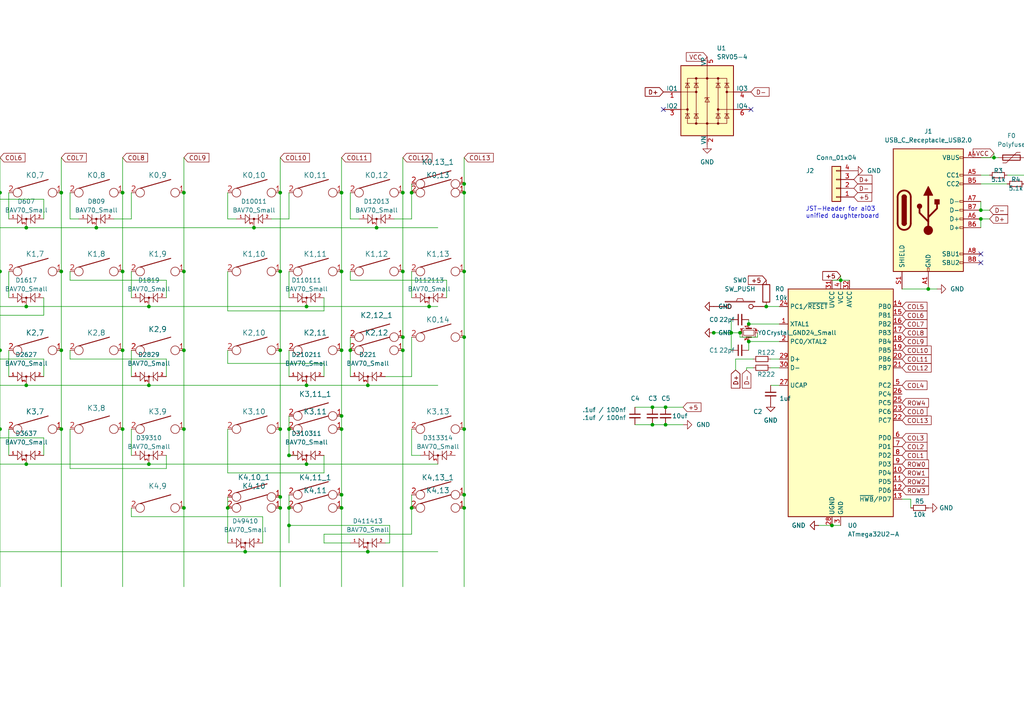
<source format=kicad_sch>
(kicad_sch (version 20211123) (generator eeschema)
  (paper "A4")
  (junction (at 106.68 111.76))
  (junction (at 0 101.6))
  (junction (at 35.56 124.46))
  (junction (at 124.46 88.9))
  (junction (at 53.34 78.74))
  (junction (at 99.06 147.32))
  (junction (at 212.09 96.52))
  (junction (at 81.28 124.46))
  (junction (at 88.9 111.76))
  (junction (at 43.18 134.62))
  (junction (at 193.04 123.19))
  (junction (at 17.78 124.46))
  (junction (at 134.62 124.46))
  (junction (at -116.84 142.24))
  (junction (at 99.06 124.46))
  (junction (at -109.22 88.9))
  (junction (at 241.3 152.4))
  (junction (at 17.78 101.6))
  (junction (at 134.62 53.34))
  (junction (at 217.17 93.98))
  (junction (at -17.78 101.6))
  (junction (at -28.575 66.04))
  (junction (at 35.56 55.88))
  (junction (at 116.84 97.79))
  (junction (at 17.78 55.88))
  (junction (at -81.28 101.6))
  (junction (at -38.1 160.02))
  (junction (at 109.22 66.04))
  (junction (at 0 124.46))
  (junction (at -17.78 55.88))
  (junction (at -99.06 101.6))
  (junction (at 53.34 147.32))
  (junction (at -45.72 55.88))
  (junction (at -63.5 101.6))
  (junction (at 53.34 101.6))
  (junction (at -99.06 147.32))
  (junction (at 214.63 96.52))
  (junction (at 53.34 55.88))
  (junction (at 116.84 78.74))
  (junction (at 7.62 88.9))
  (junction (at 7.62 111.76))
  (junction (at 119.38 147.32))
  (junction (at 81.28 144.145))
  (junction (at 81.28 147.32))
  (junction (at -99.06 78.74))
  (junction (at -45.72 124.46))
  (junction (at 284.48 60.96))
  (junction (at 43.18 111.76))
  (junction (at -119.38 134.62))
  (junction (at -109.22 68.58))
  (junction (at 116.84 55.88))
  (junction (at 134.62 78.74))
  (junction (at 101.6 101.6))
  (junction (at 269.24 83.82))
  (junction (at 99.06 120.65))
  (junction (at -17.78 147.32))
  (junction (at 43.18 88.9))
  (junction (at -63.5 55.88))
  (junction (at -83.82 88.9))
  (junction (at -124.46 111.76))
  (junction (at 134.62 55.88))
  (junction (at 35.56 101.6))
  (junction (at -116.84 55.88))
  (junction (at -99.06 124.46))
  (junction (at 83.82 147.32))
  (junction (at -81.28 124.46))
  (junction (at -27.94 88.9))
  (junction (at 217.17 99.06))
  (junction (at -81.28 142.24))
  (junction (at -17.78 78.74))
  (junction (at -99.06 140.97))
  (junction (at 207.01 96.52))
  (junction (at -45.72 78.74))
  (junction (at 193.04 118.11))
  (junction (at -114.3 86.36))
  (junction (at -45.72 101.6))
  (junction (at -116.84 78.74))
  (junction (at -116.84 147.32))
  (junction (at -132.08 147.32))
  (junction (at 81.28 55.88))
  (junction (at -81.28 147.32))
  (junction (at -114.3 147.32))
  (junction (at -96.52 147.32))
  (junction (at -33.02 147.32))
  (junction (at -89.535 68.58))
  (junction (at 27.94 66.04))
  (junction (at 222.25 88.9))
  (junction (at 17.78 78.74))
  (junction (at -99.06 55.88))
  (junction (at -116.84 124.46))
  (junction (at -132.08 82.55))
  (junction (at 71.12 160.02))
  (junction (at 134.62 147.32))
  (junction (at 73.66 66.04))
  (junction (at -81.28 55.88))
  (junction (at 99.06 143.51))
  (junction (at 83.82 152.4))
  (junction (at 35.56 78.74))
  (junction (at 83.82 132.08))
  (junction (at 116.84 101.6))
  (junction (at 0 55.88))
  (junction (at 243.84 81.28))
  (junction (at 288.29 45.72))
  (junction (at -17.78 124.46))
  (junction (at 99.06 101.6))
  (junction (at 7.62 134.62))
  (junction (at 134.62 143.51))
  (junction (at 99.06 55.88))
  (junction (at 284.48 63.5))
  (junction (at 119.38 55.88))
  (junction (at -27.94 111.76))
  (junction (at 0 78.74))
  (junction (at 81.28 101.6))
  (junction (at -63.5 78.74))
  (junction (at 189.23 123.19))
  (junction (at -63.5 124.46))
  (junction (at -73.66 134.62))
  (junction (at -17.78 142.24))
  (junction (at 88.9 88.9))
  (junction (at 53.34 124.46))
  (junction (at 106.68 160.02))
  (junction (at -81.28 78.74))
  (junction (at 189.23 118.11))
  (junction (at -124.46 157.48))
  (junction (at 302.26 53.34))
  (junction (at 83.82 124.46))
  (junction (at 7.62 66.04))
  (junction (at 88.9 134.62))
  (junction (at -73.66 111.76))
  (junction (at 99.06 78.74))
  (junction (at -38.1 134.62))
  (junction (at -116.84 101.6))
  (junction (at 134.62 97.79))
  (junction (at 81.28 78.74))
  (junction (at 66.04 147.32))
  (no_connect (at 284.48 76.2))
  (no_connect (at 284.48 73.66))
  (no_connect (at 192.405 31.75))
  (no_connect (at 217.805 31.75))
  (wire (pts (xy 93.98 105.41) (xy 66.04 105.41)))
  (wire (pts (xy -124.46 157.48) (xy -71.12 157.48)))
  (wire (pts (xy -116.84 78.74) (xy -116.84 101.6)))
  (wire (pts (xy 48.26 109.22) (xy 48.26 104.14)))
  (wire (pts (xy 101.6 78.74) (xy 101.6 81.28)))
  (wire (pts (xy 297.18 45.72) (xy 299.72 45.72)))
  (wire (pts (xy -132.08 88.9) (xy -132.08 91.44)))
  (wire (pts (xy -17.78 142.24) (xy -17.78 147.32)))
  (wire (pts (xy 38.1 101.6) (xy 38.1 109.22)))
  (wire (pts (xy -22.86 104.14) (xy -60.96 104.14)))
  (wire (pts (xy -63.5 78.74) (xy -63.5 101.6)))
  (wire (pts (xy 219.71 97.79) (xy 214.63 97.79)))
  (wire (pts (xy -33.02 78.74) (xy -33.02 86.36)))
  (wire (pts (xy 53.34 78.74) (xy 53.34 101.6)))
  (wire (pts (xy 116.84 101.6) (xy 116.84 170.18)))
  (wire (pts (xy 93.98 109.22) (xy 93.98 105.41)))
  (wire (pts (xy 81.28 78.74) (xy 81.28 101.6)))
  (wire (pts (xy -132.08 88.9) (xy -109.22 88.9)))
  (wire (pts (xy 2.54 55.88) (xy 2.54 63.5)))
  (wire (pts (xy 12.7 63.5) (xy 12.7 57.785)))
  (wire (pts (xy 43.18 88.9) (xy 88.9 88.9)))
  (wire (pts (xy 217.17 92.71) (xy 217.17 93.98)))
  (wire (pts (xy -114.3 101.6) (xy -114.3 109.22)))
  (wire (pts (xy 116.84 97.79) (xy 116.84 101.6)))
  (wire (pts (xy 93.98 157.48) (xy 93.98 154.94)))
  (wire (pts (xy -38.1 160.02) (xy 71.12 160.02)))
  (wire (pts (xy 7.62 134.62) (xy 43.18 134.62)))
  (wire (pts (xy 38.1 55.88) (xy 38.1 63.5)))
  (wire (pts (xy -81.28 124.46) (xy -81.28 142.24)))
  (wire (pts (xy 106.68 111.76) (xy 127 111.76)))
  (wire (pts (xy 81.28 55.88) (xy 81.28 78.74)))
  (wire (pts (xy 193.04 118.11) (xy 198.12 118.11)))
  (wire (pts (xy 81.28 144.145) (xy 81.28 147.32)))
  (wire (pts (xy -78.74 55.88) (xy -78.74 66.04)))
  (wire (pts (xy 243.84 81.28) (xy 246.38 81.28)))
  (wire (pts (xy -124.46 111.76) (xy -132.08 111.76)))
  (wire (pts (xy -116.84 142.24) (xy -116.84 147.32)))
  (wire (pts (xy 38.1 147.32) (xy 38.1 149.86)))
  (wire (pts (xy 93.98 132.08) (xy 93.98 137.16)))
  (wire (pts (xy -119.38 134.62) (xy -73.66 134.62)))
  (wire (pts (xy 7.62 88.9) (xy 43.18 88.9)))
  (wire (pts (xy 48.26 81.28) (xy 20.32 81.28)))
  (wire (pts (xy 81.28 45.72) (xy 81.28 55.88)))
  (wire (pts (xy 217.17 99.06) (xy 217.17 101.6)))
  (wire (pts (xy -132.08 82.55) (xy -132.08 86.36)))
  (wire (pts (xy -33.02 129.54) (xy -33.02 124.46)))
  (wire (pts (xy 35.56 124.46) (xy 35.56 170.18)))
  (wire (pts (xy 66.04 63.5) (xy 68.58 63.5)))
  (wire (pts (xy -114.3 147.32) (xy -114.3 154.94)))
  (wire (pts (xy 53.34 124.46) (xy 53.34 147.32)))
  (wire (pts (xy 189.23 123.19) (xy 193.04 123.19)))
  (wire (pts (xy -96.52 142.24) (xy -96.52 147.32)))
  (wire (pts (xy -17.78 124.46) (xy -17.78 142.24)))
  (wire (pts (xy -149.86 68.58) (xy -109.22 68.58)))
  (wire (pts (xy -124.46 157.48) (xy -132.08 157.48)))
  (wire (pts (xy 134.62 55.88) (xy 134.62 78.74)))
  (wire (pts (xy -63.5 124.46) (xy -63.5 170.18)))
  (wire (pts (xy -22.86 80.645) (xy -60.96 80.645)))
  (wire (pts (xy 0 101.6) (xy 0 124.46)))
  (wire (pts (xy 43.18 111.76) (xy 88.9 111.76)))
  (wire (pts (xy 184.15 118.11) (xy 189.23 118.11)))
  (wire (pts (xy -27.94 88.9) (xy 7.62 88.9)))
  (wire (pts (xy -38.1 134.62) (xy 7.62 134.62)))
  (wire (pts (xy -81.28 147.32) (xy -81.28 170.18)))
  (wire (pts (xy 264.16 144.78) (xy 264.16 147.32)))
  (wire (pts (xy 119.38 78.74) (xy 119.38 86.36)))
  (wire (pts (xy 83.82 152.4) (xy 83.82 157.48)))
  (wire (pts (xy 134.62 45.72) (xy 134.62 53.34)))
  (wire (pts (xy -124.46 111.76) (xy -73.66 111.76)))
  (wire (pts (xy 212.09 96.52) (xy 212.09 101.6)))
  (wire (pts (xy 0 78.74) (xy 0 101.6)))
  (wire (pts (xy 284.48 63.5) (xy 284.48 66.04)))
  (wire (pts (xy -99.06 45.72) (xy -99.06 55.88)))
  (wire (pts (xy 81.28 147.32) (xy 81.28 170.18)))
  (wire (pts (xy 119.38 109.22) (xy 111.76 109.22)))
  (wire (pts (xy -81.28 142.24) (xy -81.28 147.32)))
  (wire (pts (xy -15.24 101.6) (xy -15.24 104.14)))
  (wire (pts (xy 88.9 111.76) (xy 106.68 111.76)))
  (wire (pts (xy 17.78 78.74) (xy 17.78 101.6)))
  (wire (pts (xy 116.84 45.72) (xy 116.84 55.88)))
  (wire (pts (xy -96.52 124.46) (xy -96.52 127)))
  (wire (pts (xy 288.29 44.45) (xy 288.29 45.72)))
  (wire (pts (xy 127 66.04) (xy 109.22 66.04)))
  (wire (pts (xy -60.96 57.785) (xy -23.495 57.785)))
  (wire (pts (xy -119.38 109.22) (xy -114.3 109.22)))
  (wire (pts (xy 214.63 97.79) (xy 214.63 96.52)))
  (wire (pts (xy 17.78 55.88) (xy 17.78 78.74)))
  (wire (pts (xy -33.02 109.22) (xy -33.02 101.6)))
  (wire (pts (xy 101.6 101.6) (xy 101.6 109.22)))
  (wire (pts (xy -132.08 132.08) (xy -124.46 132.08)))
  (wire (pts (xy -63.5 45.72) (xy -63.5 55.88)))
  (wire (pts (xy 81.28 101.6) (xy 81.28 124.46)))
  (wire (pts (xy -81.28 78.74) (xy -81.28 101.6)))
  (wire (pts (xy -104.14 82.55) (xy -104.14 86.36)))
  (wire (pts (xy 119.38 55.88) (xy 119.38 63.5)))
  (wire (pts (xy 76.2 157.48) (xy 76.2 149.86)))
  (wire (pts (xy -81.28 101.6) (xy -81.28 124.46)))
  (wire (pts (xy -132.08 134.62) (xy -132.08 137.16)))
  (wire (pts (xy 101.6 97.79) (xy 101.6 101.6)))
  (wire (pts (xy 119.38 63.5) (xy 114.3 63.5)))
  (wire (pts (xy 53.34 101.6) (xy 53.34 124.46)))
  (wire (pts (xy -45.72 55.88) (xy -45.72 78.74)))
  (wire (pts (xy 0 55.88) (xy 0 78.74)))
  (wire (pts (xy -149.86 137.16) (xy -132.08 137.16)))
  (wire (pts (xy 66.04 124.46) (xy 66.04 137.16)))
  (wire (pts (xy 35.56 45.72) (xy 35.56 55.88)))
  (wire (pts (xy 12.7 57.785) (xy -15.24 57.785)))
  (wire (pts (xy -78.74 124.46) (xy -78.74 132.08)))
  (wire (pts (xy 83.82 78.74) (xy 83.82 86.36)))
  (wire (pts (xy -99.06 140.97) (xy -99.06 147.32)))
  (wire (pts (xy 48.26 104.14) (xy 20.32 104.14)))
  (wire (pts (xy 2.54 78.74) (xy 2.54 86.36)))
  (wire (pts (xy 109.22 66.04) (xy 73.66 66.04)))
  (wire (pts (xy -60.96 78.74) (xy -60.96 80.645)))
  (wire (pts (xy -23.495 57.785) (xy -23.495 63.5)))
  (wire (pts (xy -114.3 124.46) (xy -114.3 132.08)))
  (wire (pts (xy -68.58 109.22) (xy -68.58 103.505)))
  (wire (pts (xy -129.54 154.94) (xy -132.08 154.94)))
  (wire (pts (xy -76.2 66.04) (xy -28.575 66.04)))
  (wire (pts (xy -27.94 111.76) (xy 7.62 111.76)))
  (wire (pts (xy -132.08 101.6) (xy -132.08 109.22)))
  (wire (pts (xy 284.48 58.42) (xy 284.48 60.96)))
  (wire (pts (xy 12.7 86.36) (xy 12.7 91.44)))
  (wire (pts (xy 35.56 101.6) (xy 35.56 124.46)))
  (wire (pts (xy -99.06 101.6) (xy -99.06 124.46)))
  (wire (pts (xy -99.06 147.32) (xy -99.06 170.18)))
  (wire (pts (xy 223.52 111.76) (xy 226.06 111.76)))
  (wire (pts (xy -33.02 132.08) (xy -33.02 133.35)))
  (wire (pts (xy 7.62 111.76) (xy 43.18 111.76)))
  (wire (pts (xy -45.72 124.46) (xy -45.72 170.18)))
  (wire (pts (xy 53.34 55.88) (xy 53.34 78.74)))
  (wire (pts (xy 261.62 83.82) (xy 269.24 83.82)))
  (wire (pts (xy 217.17 99.06) (xy 226.06 99.06)))
  (wire (pts (xy -109.22 88.9) (xy -83.82 88.9)))
  (wire (pts (xy 48.26 135.89) (xy 20.32 135.89)))
  (wire (pts (xy 288.29 45.72) (xy 289.56 45.72)))
  (wire (pts (xy -71.12 160.02) (xy -38.1 160.02)))
  (wire (pts (xy -45.72 45.72) (xy -45.72 55.88)))
  (wire (pts (xy 127 88.9) (xy 124.46 88.9)))
  (wire (pts (xy 99.06 45.72) (xy 99.06 55.88)))
  (wire (pts (xy 119.38 124.46) (xy 119.38 132.08)))
  (wire (pts (xy 73.66 66.04) (xy 27.94 66.04)))
  (wire (pts (xy 284.48 53.34) (xy 292.1 53.34)))
  (wire (pts (xy 53.34 45.72) (xy 53.34 55.88)))
  (wire (pts (xy 66.04 78.74) (xy 66.04 90.17)))
  (wire (pts (xy 134.62 53.34) (xy 134.62 55.88)))
  (wire (pts (xy 216.535 106.68) (xy 216.535 107.315)))
  (wire (pts (xy 119.38 147.32) (xy 119.38 154.94)))
  (wire (pts (xy 243.84 80.01) (xy 243.84 81.28)))
  (wire (pts (xy 20.32 78.74) (xy 20.32 81.28)))
  (wire (pts (xy -78.74 78.74) (xy -78.74 86.36)))
  (wire (pts (xy 212.09 92.71) (xy 212.09 96.52)))
  (wire (pts (xy -96.52 55.88) (xy -96.52 66.04)))
  (wire (pts (xy -60.96 55.88) (xy -60.96 57.785)))
  (wire (pts (xy -73.66 111.76) (xy -27.94 111.76)))
  (wire (pts (xy -132.08 142.24) (xy -132.08 147.32)))
  (wire (pts (xy 134.62 78.74) (xy 134.62 97.79)))
  (wire (pts (xy -73.66 134.62) (xy -38.1 134.62)))
  (wire (pts (xy 119.38 53.34) (xy 119.38 55.88)))
  (wire (pts (xy 99.06 147.32) (xy 99.06 170.18)))
  (wire (pts (xy -116.84 124.46) (xy -116.84 142.24)))
  (wire (pts (xy 20.32 101.6) (xy 20.32 104.14)))
  (wire (pts (xy -78.74 101.6) (xy -78.74 109.22)))
  (wire (pts (xy -68.58 132.08) (xy -68.58 127)))
  (wire (pts (xy 113.03 157.48) (xy 111.76 157.48)))
  (wire (pts (xy -43.18 129.54) (xy -33.02 129.54)))
  (wire (pts (xy 93.98 90.17) (xy 66.04 90.17)))
  (wire (pts (xy 43.18 134.62) (xy 88.9 134.62)))
  (wire (pts (xy -17.78 78.74) (xy -17.78 101.6)))
  (wire (pts (xy 129.54 81.28) (xy 101.6 81.28)))
  (wire (pts (xy 99.06 78.74) (xy 99.06 101.6)))
  (wire (pts (xy -116.84 45.72) (xy -116.84 55.88)))
  (wire (pts (xy -89.535 68.58) (xy -76.2 68.58)))
  (wire (pts (xy 83.82 101.6) (xy 83.82 109.22)))
  (wire (pts (xy 237.49 152.4) (xy 241.3 152.4)))
  (wire (pts (xy -114.3 86.36) (xy -119.38 86.36)))
  (wire (pts (xy 302.26 50.8) (xy 302.26 53.34)))
  (wire (pts (xy 83.82 143.51) (xy 83.82 147.32)))
  (wire (pts (xy 99.06 143.51) (xy 99.06 147.32)))
  (wire (pts (xy 48.26 132.08) (xy 48.26 135.89)))
  (wire (pts (xy 35.56 78.74) (xy 35.56 101.6)))
  (wire (pts (xy -60.96 124.46) (xy -60.96 133.35)))
  (wire (pts (xy 66.04 144.145) (xy 66.04 147.32)))
  (wire (pts (xy 99.06 124.46) (xy 99.06 143.51)))
  (wire (pts (xy 12.7 127) (xy 12.7 132.08)))
  (wire (pts (xy 284.48 63.5) (xy 287.02 63.5)))
  (wire (pts (xy -63.5 55.88) (xy -63.5 78.74)))
  (wire (pts (xy 66.04 147.32) (xy 66.04 157.48)))
  (wire (pts (xy 101.6 55.88) (xy 101.6 63.5)))
  (wire (pts (xy 81.28 124.46) (xy 81.28 144.145)))
  (wire (pts (xy 99.06 120.65) (xy 99.06 124.46)))
  (wire (pts (xy -22.86 109.22) (xy -22.86 104.14)))
  (wire (pts (xy 0 45.72) (xy 0 55.88)))
  (wire (pts (xy 66.04 101.6) (xy 66.04 105.41)))
  (wire (pts (xy -45.72 78.74) (xy -45.72 101.6)))
  (wire (pts (xy 212.09 96.52) (xy 214.63 96.52)))
  (wire (pts (xy 17.78 124.46) (xy 17.78 170.18)))
  (wire (pts (xy -132.08 134.62) (xy -119.38 134.62)))
  (wire (pts (xy -28.575 66.04) (xy 7.62 66.04)))
  (wire (pts (xy 88.9 134.62) (xy 127 134.62)))
  (wire (pts (xy -99.06 55.88) (xy -99.06 78.74)))
  (wire (pts (xy -132.08 109.22) (xy -129.54 109.22)))
  (wire (pts (xy -17.78 147.32) (xy -17.78 170.18)))
  (wire (pts (xy -96.52 162.56) (xy -43.18 162.56)))
  (wire (pts (xy -22.86 86.36) (xy -22.86 80.645)))
  (wire (pts (xy 35.56 55.88) (xy 35.56 78.74)))
  (wire (pts (xy 269.24 83.82) (xy 271.78 83.82)))
  (wire (pts (xy 101.6 63.5) (xy 104.14 63.5)))
  (wire (pts (xy -114.3 55.88) (xy -114.3 66.04)))
  (wire (pts (xy 193.04 123.19) (xy 198.12 123.19)))
  (wire (pts (xy -96.52 147.32) (xy -96.52 162.56)))
  (wire (pts (xy -149.86 160.02) (xy -132.08 160.02)))
  (wire (pts (xy -132.08 82.55) (xy -104.14 82.55)))
  (wire (pts (xy 83.82 63.5) (xy 78.74 63.5)))
  (wire (pts (xy 88.9 88.9) (xy 124.46 88.9)))
  (wire (pts (xy 218.44 106.68) (xy 216.535 106.68)))
  (wire (pts (xy 113.03 152.4) (xy 113.03 157.48)))
  (wire (pts (xy -33.02 55.88) (xy -33.02 63.5)))
  (wire (pts (xy 12.7 91.44) (xy -15.24 91.44)))
  (wire (pts (xy 83.82 152.4) (xy 113.03 152.4)))
  (wire (pts (xy 119.38 143.51) (xy 119.38 147.32)))
  (wire (pts (xy -81.28 55.88) (xy -81.28 78.74)))
  (wire (pts (xy 134.62 97.79) (xy 134.62 124.46)))
  (wire (pts (xy 76.2 149.86) (xy 38.1 149.86)))
  (wire (pts (xy -149.86 91.44) (xy -132.08 91.44)))
  (wire (pts (xy -114.3 140.97) (xy -114.3 147.32)))
  (wire (pts (xy -33.02 142.24) (xy -33.02 147.32)))
  (wire (pts (xy 207.01 96.52) (xy 212.09 96.52)))
  (wire (pts (xy 284.48 45.72) (xy 288.29 45.72)))
  (wire (pts (xy -68.58 127) (xy -96.52 127)))
  (wire (pts (xy 284.48 50.8) (xy 287.02 50.8)))
  (wire (pts (xy 134.62 124.46) (xy 134.62 143.51)))
  (wire (pts (xy -96.52 66.04) (xy -94.615 66.04)))
  (wire (pts (xy -68.58 103.505) (xy -96.52 103.505)))
  (wire (pts (xy -132.08 86.36) (xy -129.54 86.36)))
  (wire (pts (xy 20.32 124.46) (xy 20.32 135.89)))
  (wire (pts (xy 134.62 143.51) (xy 134.62 147.32)))
  (wire (pts (xy -99.06 78.74) (xy -99.06 101.6)))
  (wire (pts (xy -149.86 114.3) (xy -132.08 114.3)))
  (wire (pts (xy 17.78 101.6) (xy 17.78 124.46)))
  (wire (pts (xy 241.3 152.4) (xy 243.84 152.4)))
  (wire (pts (xy 302.26 53.34) (xy 297.18 53.34)))
  (wire (pts (xy 213.36 104.14) (xy 213.36 107.315)))
  (wire (pts (xy 116.84 55.88) (xy 116.84 78.74)))
  (wire (pts (xy -33.02 147.32) (xy -33.02 162.56)))
  (wire (pts (xy 83.82 55.88) (xy 83.82 63.5)))
  (wire (pts (xy 116.84 78.74) (xy 116.84 97.79)))
  (wire (pts (xy 27.94 66.04) (xy 7.62 66.04)))
  (wire (pts (xy 93.98 86.36) (xy 93.98 90.17)))
  (wire (pts (xy 99.06 55.88) (xy 99.06 78.74)))
  (wire (pts (xy -104.14 58.42) (xy -132.08 58.42)))
  (wire (pts (xy -76.2 66.04) (xy -76.2 68.58)))
  (wire (pts (xy 20.32 63.5) (xy 22.86 63.5)))
  (wire (pts (xy -114.3 154.94) (xy -119.38 154.94)))
  (wire (pts (xy -109.22 68.58) (xy -89.535 68.58)))
  (wire (pts (xy -116.84 147.32) (xy -116.84 170.18)))
  (wire (pts (xy 83.82 147.32) (xy 83.82 152.4)))
  (wire (pts (xy -96.52 78.74) (xy -96.52 86.36)))
  (wire (pts (xy -96.52 101.6) (xy -96.52 103.505)))
  (wire (pts (xy -104.14 66.04) (xy -104.14 58.42)))
  (wire (pts (xy 284.48 60.96) (xy 287.02 60.96)))
  (wire (pts (xy 217.17 93.98) (xy 226.06 93.98)))
  (wire (pts (xy 93.98 154.94) (xy 119.38 154.94)))
  (wire (pts (xy -132.08 147.32) (xy -132.08 154.94)))
  (wire (pts (xy 38.1 78.74) (xy 38.1 86.36)))
  (wire (pts (xy 223.52 104.14) (xy 226.06 104.14)))
  (wire (pts (xy -33.02 133.35) (xy -60.96 133.35)))
  (wire (pts (xy -17.78 55.88) (xy -17.78 78.74)))
  (wire (pts (xy 83.82 124.46) (xy 83.82 132.08)))
  (wire (pts (xy 20.32 55.88) (xy 20.32 63.5)))
  (wire (pts (xy 83.82 120.65) (xy 83.82 124.46)))
  (wire (pts (xy 261.62 144.78) (xy 264.16 144.78)))
  (wire (pts (xy 33.02 63.5) (xy 38.1 63.5)))
  (wire (pts (xy -114.3 78.74) (xy -114.3 86.36)))
  (wire (pts (xy 129.54 86.36) (xy 129.54 81.28)))
  (wire (pts (xy -116.84 101.6) (xy -116.84 124.46)))
  (wire (pts (xy 71.12 160.02) (xy 106.68 160.02)))
  (wire (pts (xy -15.24 127) (xy 12.7 127)))
  (wire (pts (xy -43.18 132.08) (xy -43.18 129.54)))
  (wire (pts (xy -132.08 55.88) (xy -132.08 58.42)))
  (wire (pts (xy -99.06 124.46) (xy -99.06 140.97)))
  (wire (pts (xy 0 124.46) (xy 0 170.18)))
  (wire (pts (xy 12.7 109.22) (xy 12.7 104.14)))
  (wire (pts (xy 93.98 137.16) (xy 66.04 137.16)))
  (wire (pts (xy -132.08 78.74) (xy -132.08 82.55)))
  (wire (pts (xy -17.78 45.72) (xy -17.78 55.88)))
  (wire (pts (xy 223.52 106.68) (xy 226.06 106.68)))
  (wire (pts (xy 292.1 50.8) (xy 302.26 50.8)))
  (wire (pts (xy 2.54 124.46) (xy 2.54 132.08)))
  (wire (pts (xy -17.78 101.6) (xy -17.78 124.46)))
  (wire (pts (xy 134.62 147.32) (xy 134.62 170.18)))
  (wire (pts (xy 119.38 132.08) (xy 121.92 132.08)))
  (wire (pts (xy -132.08 111.76) (xy -132.08 114.3)))
  (wire (pts (xy 184.15 123.19) (xy 189.23 123.19)))
  (wire (pts (xy -63.5 101.6) (xy -63.5 124.46)))
  (wire (pts (xy -83.82 88.9) (xy -27.94 88.9)))
  (wire (pts (xy 53.34 147.32) (xy 53.34 170.18)))
  (wire (pts (xy 218.44 104.14) (xy 213.36 104.14)))
  (wire (pts (xy 2.54 101.6) (xy 2.54 109.22)))
  (wire (pts (xy -33.655 63.5) (xy -33.02 63.5)))
  (wire (pts (xy -84.455 66.04) (xy -78.74 66.04)))
  (wire (pts (xy 38.1 124.46) (xy 38.1 132.08)))
  (wire (pts (xy -15.24 78.74) (xy -15.24 91.44)))
  (wire (pts (xy -15.24 124.46) (xy -15.24 127)))
  (wire (pts (xy -132.08 157.48) (xy -132.08 160.02)))
  (wire (pts (xy -15.24 55.88) (xy -15.24 57.785)))
  (wire (pts (xy -116.84 55.88) (xy -116.84 78.74)))
  (wire (pts (xy 302.26 53.34) (xy 304.8 53.34)))
  (wire (pts (xy 189.23 118.11) (xy 193.04 118.11)))
  (wire (pts (xy -132.08 124.46) (xy -132.08 132.08)))
  (wire (pts (xy 83.82 132.08) (xy 86.36 132.08)))
  (wire (pts (xy -81.28 45.72) (xy -81.28 55.88)))
  (wire (pts (xy 101.6 157.48) (xy 93.98 157.48)))
  (wire (pts (xy -60.96 101.6) (xy -60.96 104.14)))
  (wire (pts (xy 241.3 81.28) (xy 243.84 81.28)))
  (wire (pts (xy 66.04 55.88) (xy 66.04 63.5)))
  (wire (pts (xy -45.72 101.6) (xy -45.72 124.46)))
  (wire (pts (xy 17.78 45.72) (xy 17.78 55.88)))
  (wire (pts (xy 119.38 97.79) (xy 119.38 109.22)))
  (wire (pts (xy 99.06 101.6) (xy 99.06 120.65)))
  (wire (pts (xy 219.71 96.52) (xy 219.71 97.79)))
  (wire (pts (xy 106.68 160.02) (xy 127 160.02)))
  (wire (pts (xy 12.7 104.14) (xy -15.24 104.14)))
  (wire (pts (xy -88.9 86.36) (xy -96.52 86.36)))
  (wire (pts (xy 48.26 86.36) (xy 48.26 81.28)))
  (wire (pts (xy -71.12 160.02) (xy -71.12 157.48)))
  (wire (pts (xy 222.25 88.9) (xy 226.06 88.9)))
  (text "JST-Header for ai03 \nunified daughterboard\n" (at 233.68 63.5 0) (effects (font (size 1.27 1.27)) (justify left bottom)))
  (global_label "COL11" (shape input) (at 261.62 104.14 0) (property "Intersheet References" "${INTERSHEET_REFS}" (effects hide)))
  (global_label "ROW4" (shape input) (at 261.62 116.84 0) (property "Intersheet References" "${INTERSHEET_REFS}" (effects hide)))
  (global_label "+5" (shape input) (at 243.84 80.01 180) (property "Intersheet References" "${INTERSHEET_REFS}" (effects hide)))
  (global_label "COL4" (shape input) (at -45.72 45.72 0) (property "Intersheet References" "${INTERSHEET_REFS}" (effects hide)))
  (global_label "ROW3" (shape input) (at -149.86 137.16 180) (property "Intersheet References" "${INTERSHEET_REFS}" (effects hide)))
  (global_label "COL0" (shape input) (at -116.84 45.72 180) (property "Intersheet References" "${INTERSHEET_REFS}" (effects hide)))
  (global_label "COL6" (shape input) (at 0 45.72 0) (property "Intersheet References" "${INTERSHEET_REFS}" (effects hide)))
  (global_label "COL3" (shape input) (at 261.62 127 0) (property "Intersheet References" "${INTERSHEET_REFS}" (effects hide)))
  (global_label "ROW4" (shape input) (at -149.86 160.02 180) (property "Intersheet References" "${INTERSHEET_REFS}" (effects hide)))
  (global_label "COL10" (shape input) (at 261.62 101.6 0) (property "Intersheet References" "${INTERSHEET_REFS}" (effects hide)))
  (global_label "ROW1" (shape input) (at -149.86 91.44 180) (property "Intersheet References" "${INTERSHEET_REFS}" (effects hide)))
  (global_label "COL9" (shape input) (at 261.62 99.06 0) (property "Intersheet References" "${INTERSHEET_REFS}" (effects hide)))
  (global_label "+5" (shape input) (at 247.65 57.15 0) (property "Intersheet References" "${INTERSHEET_REFS}" (effects hide)))
  (global_label "D+" (shape input) (at 247.65 52.07 0) (property "Intersheet References" "${INTERSHEET_REFS}" (effects hide)))
  (global_label "COL3" (shape input) (at -63.5 45.72 0) (property "Intersheet References" "${INTERSHEET_REFS}" (effects hide)))
  (global_label "D+" (shape input) (at 213.36 107.315 270) (property "Intersheet References" "${INTERSHEET_REFS}" (effects hide)))
  (global_label "COL7" (shape input) (at 17.78 45.72 0) (property "Intersheet References" "${INTERSHEET_REFS}" (effects hide)))
  (global_label "COL13" (shape input) (at 261.62 121.92 0) (property "Intersheet References" "${INTERSHEET_REFS}" (effects hide)))
  (global_label "COL12" (shape input) (at 261.62 106.68 0) (property "Intersheet References" "${INTERSHEET_REFS}" (effects hide)))
  (global_label "COL7" (shape input) (at 261.62 93.98 0) (property "Intersheet References" "${INTERSHEET_REFS}" (effects hide)))
  (global_label "ROW0" (shape input) (at 261.62 134.62 0) (property "Intersheet References" "${INTERSHEET_REFS}" (effects hide)))
  (global_label "+5" (shape input) (at 299.72 45.72 0) (property "Intersheet References" "${INTERSHEET_REFS}" (effects hide)))
  (global_label "+5" (shape input) (at 222.25 81.28 180) (property "Intersheet References" "${INTERSHEET_REFS}" (effects hide)))
  (global_label "COL11" (shape input) (at 99.06 45.72 0) (property "Intersheet References" "${INTERSHEET_REFS}" (effects hide)))
  (global_label "ROW2" (shape input) (at 261.62 139.7 0) (property "Intersheet References" "${INTERSHEET_REFS}" (effects hide)))
  (global_label "COL13" (shape input) (at 134.62 45.72 0) (property "Intersheet References" "${INTERSHEET_REFS}" (effects hide)))
  (global_label "D-" (shape input) (at 216.535 107.315 270) (property "Intersheet References" "${INTERSHEET_REFS}" (effects hide)))
  (global_label "VCC" (shape input) (at 205.105 16.51 180) (property "Intersheet References" "${INTERSHEET_REFS}" (effects hide)))
  (global_label "COL4" (shape input) (at 261.62 111.76 0) (property "Intersheet References" "${INTERSHEET_REFS}" (effects hide)))
  (global_label "+5" (shape input) (at 198.12 118.11 0) (property "Intersheet References" "${INTERSHEET_REFS}" (effects hide)))
  (global_label "D+" (shape input) (at 192.405 26.67 180) (property "Intersheet References" "${INTERSHEET_REFS}" (effects hide)))
  (global_label "+5" (shape input) (at 243.84 80.01 180) (property "Intersheet References" "${INTERSHEET_REFS}" (effects hide)))
  (global_label "COL12" (shape input) (at 116.84 45.72 0) (property "Intersheet References" "${INTERSHEET_REFS}" (effects hide)))
  (global_label "COL2" (shape input) (at -81.28 45.72 0) (property "Intersheet References" "${INTERSHEET_REFS}" (effects hide)))
  (global_label "COL8" (shape input) (at 261.62 96.52 0) (property "Intersheet References" "${INTERSHEET_REFS}" (effects hide)))
  (global_label "D-" (shape input) (at 247.65 54.61 0) (property "Intersheet References" "${INTERSHEET_REFS}" (effects hide)))
  (global_label "COL1" (shape input) (at 261.62 132.08 0) (property "Intersheet References" "${INTERSHEET_REFS}" (effects hide)))
  (global_label "ROW0" (shape input) (at -149.86 68.58 180) (property "Intersheet References" "${INTERSHEET_REFS}" (effects hide)))
  (global_label "ROW1" (shape input) (at 261.62 137.16 0) (property "Intersheet References" "${INTERSHEET_REFS}" (effects hide)))
  (global_label "VCC" (shape input) (at 288.29 44.45 180) (property "Intersheet References" "${INTERSHEET_REFS}" (effects hide)))
  (global_label "COL8" (shape input) (at 35.56 45.72 0) (property "Intersheet References" "${INTERSHEET_REFS}" (effects hide)))
  (global_label "+5" (shape input) (at 299.72 45.72 0) (property "Intersheet References" "${INTERSHEET_REFS}" (effects hide)))
  (global_label "D+" (shape input) (at 213.36 107.315 270) (property "Intersheet References" "${INTERSHEET_REFS}" (effects hide)))
  (global_label "COL1" (shape input) (at -99.06 45.72 180) (property "Intersheet References" "${INTERSHEET_REFS}" (effects hide)))
  (global_label "D+" (shape input) (at 287.02 63.5 0) (property "Intersheet References" "${INTERSHEET_REFS}" (effects hide)))
  (global_label "COL5" (shape input) (at 261.62 88.9 0) (property "Intersheet References" "${INTERSHEET_REFS}" (effects hide)))
  (global_label "COL0" (shape input) (at 261.62 119.38 0) (property "Intersheet References" "${INTERSHEET_REFS}" (effects hide)))
  (global_label "COL5" (shape input) (at -17.78 45.72 0) (property "Intersheet References" "${INTERSHEET_REFS}" (effects hide)))
  (global_label "+5" (shape input) (at 222.25 81.28 180) (property "Intersheet References" "${INTERSHEET_REFS}" (effects hide)))
  (global_label "D+" (shape input) (at 192.405 26.67 180) (property "Intersheet References" "${INTERSHEET_REFS}" (effects hide)))
  (global_label "ROW3" (shape input) (at 261.62 142.24 0) (property "Intersheet References" "${INTERSHEET_REFS}" (effects hide)))
  (global_label "D-" (shape input) (at 217.805 26.67 0) (property "Intersheet References" "${INTERSHEET_REFS}" (effects hide)))
  (global_label "COL10" (shape input) (at 81.28 45.72 0) (property "Intersheet References" "${INTERSHEET_REFS}" (effects hide)))
  (global_label "COL6" (shape input) (at 261.62 91.44 0) (property "Intersheet References" "${INTERSHEET_REFS}" (effects hide)))
  (global_label "ROW2" (shape input) (at -149.86 114.3 180) (property "Intersheet References" "${INTERSHEET_REFS}" (effects hide)))
  (global_label "D-" (shape input) (at 287.02 60.96 0) (property "Intersheet References" "${INTERSHEET_REFS}" (effects hide)))
  (global_label "COL2" (shape input) (at 261.62 129.54 0) (property "Intersheet References" "${INTERSHEET_REFS}" (effects hide)))
  (global_label "COL9" (shape input) (at 53.34 45.72 0) (property "Intersheet References" "${INTERSHEET_REFS}" (effects hide)))
  (symbol (lib_id "power:GND") (at 247.65 49.53 90) (unit 1)
    (property "Reference" "#PWR0102" (effects hide))
    (property "Value" "GND" (at 251.46 49.5299 90) (effects (justify right)))
  )
  (symbol (lib_id "keyboard_parts:KEYSW") (at 73.66 78.74 0) (unit 1)
    (property "Reference" "K1,10" (at 73.66 73.66 0) (effects (font (size 1.524 1.524))))
    (property "Value" "KEYSW" (effects hide))
    (property "Footprint" "kbd:keyswitch_cherrymx_alps_combo_fixed" (effects hide))
  )
  (symbol (lib_id "Device:Crystal_GND24_Small") (at 217.17 96.52 270) (unit 1)
    (property "Reference" "Y0" (at 220.98 96.52 90))
    (property "Value" "Crystal_GND24_Small" (at 232.41 96.52 90))
    (property "Footprint" "Crystal:Crystal_SMD_3225-4Pin_3.2x2.5mm" (effects hide))
    (property "LCSC" "C13738" (effects hide))
  )
  (symbol (lib_id "keyboard_parts:KEYSW") (at 73.66 147.32 0) (unit 1)
    (property "Reference" "K4,10" (at 73.66 140.97 0) (effects (font (size 1.524 1.524))))
    (property "Value" "KEYSW" (effects hide))
    (property "Footprint" "kbd:keyswitch_cherrymx_alps_combo_fixed" (effects hide))
  )
  (symbol (lib_id "keyboard_parts:KEYSW") (at 73.66 101.6 0) (unit 1)
    (property "Reference" "K2,10" (at 73.66 96.52 0) (effects (font (size 1.524 1.524))))
    (property "Value" "KEYSW" (effects hide))
    (property "Footprint" "kbd:keyswitch_cherrymx_alps_combo_fixed" (effects hide))
  )
  (symbol (lib_id "keyboard_parts:KEYSW") (at 127 55.88 0) (unit 1)
    (property "Reference" "K0,13" (at 127 50.8 0) (effects (font (size 1.524 1.524))))
    (property "Value" "KEYSW" (effects hide))
    (property "Footprint" "kbd:keyswitch_cherrymx_alps_combo_fixed" (effects hide))
  )
  (symbol (lib_id "power:GND") (at 207.01 96.52 270) (unit 1)
    (property "Reference" "#PWR0108" (effects hide))
    (property "Value" "GND" (at 208.28 96.5199 90) (effects (justify left)))
  )
  (symbol (lib_id "keyboard_parts:KEYSW") (at 91.44 78.74 0) (unit 1)
    (property "Reference" "K1,11" (at 91.44 73.66 0) (effects (font (size 1.524 1.524))))
    (property "Value" "KEYSW" (effects hide))
    (property "Footprint" "kbd:keyswitch_cherrymx_alps_combo_fixed" (effects hide))
  )
  (symbol (lib_id "keyboard_parts:KEYSW") (at -53.34 55.88 0) (unit 1)
    (property "Reference" "K0,4" (at -53.34 50.8 0) (effects (font (size 1.524 1.524))))
    (property "Value" "KEYSW" (effects hide))
    (property "Footprint" "kbd:keyswitch_cherrymx_alps_combo_fixed" (effects hide))
  )
  (symbol (lib_id "keyboard_parts:KEYSW") (at 73.66 55.88 0) (unit 1)
    (property "Reference" "K0,10" (at 73.66 50.8 0) (effects (font (size 1.524 1.524))))
    (property "Value" "KEYSW" (effects hide))
    (property "Footprint" "kbd:keyswitch_cherrymx_alps_combo_fixed" (effects hide))
  )
  (symbol (lib_id "keyboard_parts:KEYSW") (at -88.9 78.74 0) (unit 1)
    (property "Reference" "K1,2" (at -88.9 73.66 0) (effects (font (size 1.524 1.524))))
    (property "Value" "KEYSW" (effects hide))
    (property "Footprint" "kbd:keyswitch_cherrymx_alps_combo_fixed" (effects hide))
  )
  (symbol (lib_id "keyboard_parts:KEYSW") (at -53.34 101.6 0) (unit 1)
    (property "Reference" "K2,4" (at -53.34 96.52 0) (effects (font (size 1.524 1.524))))
    (property "Value" "KEYSW" (effects hide))
    (property "Footprint" "kbd:keyswitch_cherrymx_alps_combo_fixed" (effects hide))
  )
  (symbol (lib_id "keyboard_parts:KEYSW") (at -71.12 55.88 0) (unit 1)
    (property "Reference" "K0,3" (at -71.12 50.8 0) (effects (font (size 1.524 1.524))))
    (property "Value" "KEYSW" (effects hide))
    (property "Footprint" "kbd:keyswitch_cherrymx_alps_combo_fixed" (effects hide))
  )
  (symbol (lib_id "keyboard_parts:KEYSW") (at 73.66 124.46 0) (unit 1)
    (property "Reference" "K3,10" (at 73.66 119.38 0) (effects (font (size 1.524 1.524))))
    (property "Value" "KEYSW" (effects hide))
    (property "Footprint" "kbd:keyswitch_cherrymx_alps_combo_fixed" (effects hide))
  )
  (symbol (lib_id "power:GND") (at 271.78 83.82 90) (unit 1)
    (property "Reference" "#PWR0101" (effects hide))
    (property "Value" "GND" (at 275.59 83.8199 90) (effects (justify right)))
  )
  (symbol (lib_id "keyboard_parts:KEYSW") (at 91.44 143.51 0) (unit 1)
    (property "Reference" "K4,11_1" (at 91.44 138.4823 0) (effects (font (size 1.524 1.524))))
    (property "Value" "KEYSW" (effects hide))
    (property "Footprint" "kbd:keyswitch_cherrymx_alps_combo_fixed" (effects hide))
  )
  (symbol (lib_id "marbastlib-various:BAV70_Small") (at 73.66 63.5 0) (unit 1)
    (property "Reference" "D10011" (at 73.66 58.42 0))
    (property "Value" "BAV70_Small" (at 73.66 60.96 0))
    (property "Footprint" "Package_TO_SOT_SMD:SOT-23" (effects hide))
    (property "Datasheet" "https://assets.nexperia.com/documents/data-sheet/BAV70_SER.pdf" (effects hide))
    (property "LCSC" "C68978" (effects hide))
  )
  (symbol (lib_id "keyboard_parts:KEYSW") (at -25.4 101.6 0) (unit 1)
    (property "Reference" "K2,5" (at -25.4 96.52 0) (effects (font (size 1.524 1.524))))
    (property "Value" "KEYSW" (effects hide))
    (property "Footprint" "kbd:keyswitch_cherrymx_alps_combo_fixed" (effects hide))
  )
  (symbol (lib_id "keyboard_parts:KEYSW") (at 45.72 147.32 0) (unit 1)
    (property "Reference" "K4,9" (at 45.72 140.97 0) (effects (font (size 1.524 1.524))))
    (property "Value" "KEYSW" (effects hide))
    (property "Footprint" "kbd:keyswitch_cherrymx_alps_combo_fixed" (effects hide))
  )
  (symbol (lib_id "marbastlib-various:BAV70_Small") (at 88.9 86.36 0) (unit 1)
    (property "Reference" "D110111" (at 88.9 81.28 0))
    (property "Value" "BAV70_Small" (at 88.9 83.82 0))
    (property "Footprint" "Package_TO_SOT_SMD:SOT-23" (effects hide))
    (property "Datasheet" "https://assets.nexperia.com/documents/data-sheet/BAV70_SER.pdf" (effects hide))
    (property "LCSC" "C68978" (effects hide))
  )
  (symbol (lib_id "Device:C_Small") (at 214.63 92.71 90) (unit 1)
    (property "Reference" "C0" (at 207.01 92.71 90))
    (property "Value" "22pf" (at 210.82 92.71 90))
    (property "Footprint" "Capacitor_SMD:C_0805_2012Metric" (effects hide))
    (property "LCSC" "C1804" (effects hide))
  )
  (symbol (lib_id "Device:R") (at 222.25 85.09 0) (unit 1)
    (property "Reference" "R0" (at 224.79 83.8199 0) (effects (justify left)))
    (property "Value" "10k" (at 224.79 86.3599 0) (effects (justify left)))
    (property "Footprint" "Resistor_SMD:R_0805_2012Metric" (effects hide))
    (property "LCSC" "C17414" (effects hide))
  )
  (symbol (lib_id "power:GND") (at 269.24 147.32 90) (unit 1)
    (property "Reference" "#PWR0113" (effects hide))
    (property "Value" "GND" (at 272.415 147.3199 90) (effects (justify right)))
  )
  (symbol (lib_id "Device:R_Small") (at 294.64 53.34 90) (unit 1)
    (property "Reference" "R4" (at 294.64 52.07 90))
    (property "Value" "5.1k" (at 294.64 54.61 90))
    (property "Footprint" "Resistor_SMD:R_0805_2012Metric" (effects hide))
    (property "LCSC" "C27834" (effects hide))
  )
  (symbol (lib_id "marbastlib-various:BAV70_Small") (at 7.62 109.22 0) (unit 1)
    (property "Reference" "D2627" (at 7.62 102.87 0))
    (property "Value" "BAV70_Small" (at 7.62 105.41 0))
    (property "Footprint" "Package_TO_SOT_SMD:SOT-23" (effects hide))
    (property "Datasheet" "https://assets.nexperia.com/documents/data-sheet/BAV70_SER.pdf" (effects hide))
    (property "LCSC" "C68978" (effects hide))
  )
  (symbol (lib_id "keyboard_parts:KEYSW") (at -106.68 55.88 0) (unit 1)
    (property "Reference" "K0,1" (at -106.68 50.8 0) (effects (font (size 1.524 1.524))))
    (property "Value" "KEYSW" (effects hide))
    (property "Footprint" "kbd:keyswitch_cherrymx_alps_combo_fixed" (effects hide))
  )
  (symbol (lib_id "keyboard_parts:KEYSW") (at 91.44 124.46 0) (unit 1)
    (property "Reference" "K3,11" (at 91.44 119.38 0) (effects (font (size 1.524 1.524))))
    (property "Value" "KEYSW" (effects hide))
    (property "Footprint" "kbd:keyswitch_cherrymx_alps_combo_fixed" (effects hide))
  )
  (symbol (lib_id "Device:C_Small") (at 223.52 114.3 0) (unit 1)
    (property "Reference" "C2" (at 218.44 119.38 0) (effects (justify left)))
    (property "Value" "1uf" (at 226.06 115.5762 0) (effects (justify left)))
    (property "Footprint" "Capacitor_SMD:C_0805_2012Metric" (effects hide))
    (property "LCSC" "C28323" (effects hide))
  )
  (symbol (lib_id "keyboard_parts:KEYSW") (at -7.62 55.88 0) (unit 1)
    (property "Reference" "K0,6" (at -7.62 50.8 0) (effects (font (size 1.524 1.524))))
    (property "Value" "KEYSW" (effects hide))
    (property "Footprint" "kbd:keyswitch_cherrymx_alps_combo_fixed" (effects hide))
  )
  (symbol (lib_id "keyboard_parts:KEYSW") (at 109.22 97.79 0) (unit 1)
    (property "Reference" "K2,12_1" (at 109.22 91.44 0) (effects (font (size 1.524 1.524))))
    (property "Value" "KEYSW" (effects hide))
    (property "Footprint" "kbd:keyswitch_cherrymx_alps_combo_fixed" (effects hide))
  )
  (symbol (lib_id "power:GND") (at 304.8 53.34 90) (unit 1)
    (property "Reference" "#PWR0116" (effects hide))
    (property "Value" "GND" (at 308.61 53.3399 90) (effects (justify right)))
  )
  (symbol (lib_id "keyboard_parts:KEYSW") (at -124.46 101.6 0) (unit 1)
    (property "Reference" "K2,0" (at -124.46 96.52 0) (effects (font (size 1.524 1.524))))
    (property "Value" "KEYSW" (effects hide))
    (property "Footprint" "kbd:keyswitch_cherrymx_alps_combo_fixed" (effects hide))
  )
  (symbol (lib_id "keyboard_parts:KEYSW") (at 27.94 55.88 0) (unit 1)
    (property "Reference" "K0,8" (at 27.94 50.8 0) (effects (font (size 1.524 1.524))))
    (property "Value" "KEYSW" (effects hide))
    (property "Footprint" "kbd:keyswitch_cherrymx_alps_combo_fixed" (effects hide))
  )
  (symbol (lib_id "Device:R_Small") (at 220.98 104.14 90) (unit 1)
    (property "Reference" "R1" (at 220.98 102.235 90))
    (property "Value" "22" (at 223.52 102.235 90))
    (property "Footprint" "Resistor_SMD:R_0805_2012Metric" (effects hide))
    (property "LCSC" "C17561" (effects hide))
  )
  (symbol (lib_id "keyboard_parts:KEYSW") (at -124.46 124.46 0) (unit 1)
    (property "Reference" "K3,0" (at -124.46 119.38 0) (effects (font (size 1.524 1.524))))
    (property "Value" "KEYSW" (effects hide))
    (property "Footprint" "kbd:keyswitch_cherrymx_alps_combo_fixed" (effects hide))
  )
  (symbol (lib_id "power:GND") (at 198.12 123.19 90) (unit 1)
    (property "Reference" "#PWR0117" (effects hide))
    (property "Value" "GND" (at 201.93 123.1899 90) (effects (justify right)))
  )
  (symbol (lib_id "keyboard_parts:KEYSW") (at -71.12 78.74 0) (unit 1)
    (property "Reference" "K1,3" (at -71.12 73.66 0) (effects (font (size 1.524 1.524))))
    (property "Value" "KEYSW" (effects hide))
    (property "Footprint" "kbd:keyswitch_cherrymx_alps_combo_fixed" (effects hide))
  )
  (symbol (lib_id "keyboard_parts:KEYSW") (at -25.4 78.74 0) (unit 1)
    (property "Reference" "K1,5" (at -25.4 73.66 0) (effects (font (size 1.524 1.524))))
    (property "Value" "KEYSW" (effects hide))
    (property "Footprint" "kbd:keyswitch_cherrymx_alps_combo_fixed" (effects hide))
  )
  (symbol (lib_id "keyboard_parts:KEYSW") (at -106.68 101.6 0) (unit 1)
    (property "Reference" "K2,1" (at -106.68 95.25 0) (effects (font (size 1.524 1.524))))
    (property "Value" "KEYSW" (effects hide))
    (property "Footprint" "kbd:keyswitch_cherrymx_alps_combo_fixed" (effects hide))
  )
  (symbol (lib_id "keyboard_parts:SW_PUSH") (at 214.63 88.9 0) (unit 1)
    (property "Reference" "SW0" (at 214.63 81.28 0))
    (property "Value" "SW_PUSH" (at 214.63 83.82 0))
    (property "Footprint" "Keebio-Parts:SW_SPST_TL3342" (effects hide))
    (property "LCSC" "C318884" (effects hide))
  )
  (symbol (lib_id "Power_Protection:SRV05-4") (at 205.105 29.21 0) (unit 1)
    (property "Reference" "U1" (at 207.8737 13.97 0) (effects (justify left)))
    (property "Value" "SRV05-4" (at 207.8737 16.51 0) (effects (justify left)))
    (property "Footprint" "Package_TO_SOT_SMD:SOT-23-6" (effects hide))
    (property "Datasheet" "http://www.onsemi.com/pub/Collateral/SRV05-4-D.PDF" (effects hide))
    (property "LCSC" "C85364" (effects hide))
  )
  (symbol (lib_id "marbastlib-various:BAV70_Small") (at 43.18 109.22 0) (unit 1)
    (property "Reference" "D2829" (at 43.18 102.87 0))
    (property "Value" "BAV70_Small" (at 43.18 105.41 0))
    (property "Footprint" "Package_TO_SOT_SMD:SOT-23" (effects hide))
    (property "Datasheet" "https://assets.nexperia.com/documents/data-sheet/BAV70_SER.pdf" (effects hide))
    (property "LCSC" "C68978" (effects hide))
  )
  (symbol (lib_id "Device:C_Small") (at 189.23 120.65 0) (unit 1)
    (property "Reference" "C3" (at 187.96 115.57 0) (effects (justify left)))
    (property "Value" ".1uf / 100nf" (at 168.91 118.872 0) (effects (justify left)))
    (property "Footprint" "Capacitor_SMD:C_0805_2012Metric" (effects hide))
    (property "LCSC" "C49678" (effects hide))
  )
  (symbol (lib_id "keyboard_parts:KEYSW") (at -7.62 78.74 0) (unit 1)
    (property "Reference" "K1,6" (at -7.62 73.66 0) (effects (font (size 1.524 1.524))))
    (property "Value" "KEYSW" (effects hide))
    (property "Footprint" "kbd:keyswitch_cherrymx_alps_combo_fixed" (effects hide))
  )
  (symbol (lib_id "keyboard_parts:KEYSW") (at -88.9 147.32 0) (unit 1)
    (property "Reference" "K4,2" (at -88.9 142.24 0) (effects (font (size 1.524 1.524))))
    (property "Value" "KEYSW" (effects hide))
    (property "Footprint" "kbd:keyswitch_cherrymx_alps_combo_fixed" (effects hide))
  )
  (symbol (lib_id "power:GND") (at 207.01 88.9 270) (unit 1)
    (property "Reference" "#PWR0107" (effects hide))
    (property "Value" "GND" (at 208.28 88.8999 90) (effects (justify left)))
  )
  (symbol (lib_id "keyboard_parts:KEYSW") (at 127 147.32 0) (unit 1)
    (property "Reference" "K4,13" (at 127 142.24 0) (effects (font (size 1.524 1.524))))
    (property "Value" "KEYSW" (effects hide))
    (property "Footprint" "kbd:keyswitch_cherrymx_alps_combo_fixed" (effects hide))
  )
  (symbol (lib_id "keyboard_parts:KEYSW") (at 10.16 101.6 0) (unit 1)
    (property "Reference" "K2,7" (at 10.16 96.52 0) (effects (font (size 1.524 1.524))))
    (property "Value" "KEYSW" (effects hide))
    (property "Footprint" "kbd:keyswitch_cherrymx_alps_combo_fixed" (effects hide))
  )
  (symbol (lib_id "keyboard_parts:KEYSW") (at 127 143.51 0) (unit 1)
    (property "Reference" "K4,13_1" (at 127 138.4823 0) (effects (font (size 1.524 1.524))))
    (property "Value" "KEYSW" (effects hide))
    (property "Footprint" "kbd:keyswitch_cherrymx_alps_combo_fixed" (effects hide))
  )
  (symbol (lib_id "keyboard_parts:KEYSW") (at 45.72 124.46 0) (unit 1)
    (property "Reference" "K3,9" (at 45.72 119.38 0) (effects (font (size 1.524 1.524))))
    (property "Value" "KEYSW" (effects hide))
    (property "Footprint" "kbd:keyswitch_cherrymx_alps_combo_fixed" (effects hide))
  )
  (symbol (lib_id "keyboard_parts:KEYSW") (at -88.9 142.24 0) (unit 1)
    (property "Reference" "K4,2_1" (at -88.9 135.89 0) (effects (font (size 1.524 1.524))))
    (property "Value" "KEYSW" (effects hide))
    (property "Footprint" "kbd:keyswitch_cherrymx_alps_combo_fixed" (effects hide))
  )
  (symbol (lib_id "power:GND") (at 207.01 96.52 270) (unit 1)
    (property "Reference" "#PWR0109" (effects hide))
    (property "Value" "GND" (at 208.28 96.5199 90) (effects (justify left)))
  )
  (symbol (lib_id "marbastlib-various:BAV70_Small") (at 43.18 86.36 0) (unit 1)
    (property "Reference" "D1819" (at 43.18 81.28 0))
    (property "Value" "BAV70_Small" (at 43.18 83.82 0))
    (property "Footprint" "Package_TO_SOT_SMD:SOT-23" (effects hide))
    (property "Datasheet" "https://assets.nexperia.com/documents/data-sheet/BAV70_SER.pdf" (effects hide))
    (property "LCSC" "C68978" (effects hide))
  )
  (symbol (lib_id "marbastlib-various:BAV70_Small") (at -124.46 109.22 0) (unit 1)
    (property "Reference" "D2021" (at -124.46 104.14 0))
    (property "Value" "BAV70_Small" (at -124.46 106.68 0))
    (property "Footprint" "Package_TO_SOT_SMD:SOT-23" (effects hide))
    (property "Datasheet" "https://assets.nexperia.com/documents/data-sheet/BAV70_SER.pdf" (effects hide))
    (property "LCSC" "C68978" (effects hide))
  )
  (symbol (lib_id "keyboard_parts:KEYSW") (at -88.9 55.88 0) (unit 1)
    (property "Reference" "K0,2" (at -88.9 50.8 0) (effects (font (size 1.524 1.524))))
    (property "Value" "KEYSW" (effects hide))
    (property "Footprint" "kbd:keyswitch_cherrymx_alps_combo_fixed" (effects hide))
  )
  (symbol (lib_id "marbastlib-various:BAV70_Small") (at 109.22 63.5 0) (unit 1)
    (property "Reference" "D12013" (at 109.22 58.42 0))
    (property "Value" "BAV70_Small" (at 109.22 60.96 0))
    (property "Footprint" "Package_TO_SOT_SMD:SOT-23" (effects hide))
    (property "Datasheet" "https://assets.nexperia.com/documents/data-sheet/BAV70_SER.pdf" (effects hide))
    (property "LCSC" "C68978" (effects hide))
  )
  (symbol (lib_id "power:GND") (at 237.49 152.4 270) (unit 1)
    (property "Reference" "#PWR0112" (effects hide))
    (property "Value" "GND" (at 233.68 152.3999 90) (effects (justify right)))
  )
  (symbol (lib_id "keyboard_parts:KEYSW") (at -25.4 142.24 0) (unit 1)
    (property "Reference" "K4,5_1" (at -25.4 135.89 0) (effects (font (size 1.524 1.524))))
    (property "Value" "KEYSW" (effects hide))
    (property "Footprint" "kbd:keyswitch_cherrymx_alps_combo_fixed" (effects hide))
  )
  (symbol (lib_id "marbastlib-various:BAV70_Small") (at 7.62 86.36 0) (unit 1)
    (property "Reference" "D1617" (at 7.62 81.28 0))
    (property "Value" "BAV70_Small" (at 7.62 83.82 0))
    (property "Footprint" "Package_TO_SOT_SMD:SOT-23" (effects hide))
    (property "Datasheet" "https://assets.nexperia.com/documents/data-sheet/BAV70_SER.pdf" (effects hide))
    (property "LCSC" "C68978" (effects hide))
  )
  (symbol (lib_id "keyboard_parts:KEYSW") (at 10.16 124.46 0) (unit 1)
    (property "Reference" "K3,7" (at 10.16 119.38 0) (effects (font (size 1.524 1.524))))
    (property "Value" "KEYSW" (effects hide))
    (property "Footprint" "kbd:keyswitch_cherrymx_alps_combo_fixed" (effects hide))
  )
  (symbol (lib_id "marbastlib-various:BAV70_Small") (at -124.46 154.94 0) (unit 1)
    (property "Reference" "D4041" (at -124.46 148.59 0))
    (property "Value" "BAV70_Small" (at -124.46 151.13 0))
    (property "Footprint" "Package_TO_SOT_SMD:SOT-23" (effects hide))
    (property "Datasheet" "https://assets.nexperia.com/documents/data-sheet/BAV70_SER.pdf" (effects hide))
    (property "LCSC" "C68978" (effects hide))
  )
  (symbol (lib_id "marbastlib-various:BAV70_Small") (at 27.94 63.5 0) (unit 1)
    (property "Reference" "D809" (at 27.94 58.42 0))
    (property "Value" "BAV70_Small" (at 27.94 60.96 0))
    (property "Footprint" "Package_TO_SOT_SMD:SOT-23" (effects hide))
    (property "Datasheet" "https://assets.nexperia.com/documents/data-sheet/BAV70_SER.pdf" (effects hide))
    (property "LCSC" "C68978" (effects hide))
  )
  (symbol (lib_id "power:GND") (at 223.52 116.84 0) (unit 1)
    (property "Reference" "#PWR0105" (effects hide))
    (property "Value" "GND" (at 223.52 121.92 0))
  )
  (symbol (lib_id "marbastlib-various:BAV70_Small") (at 88.9 132.08 0) (unit 1)
    (property "Reference" "D310311" (at 88.9 125.73 0))
    (property "Value" "BAV70_Small" (at 88.9 128.27 0))
    (property "Footprint" "Package_TO_SOT_SMD:SOT-23" (effects hide))
    (property "Datasheet" "https://assets.nexperia.com/documents/data-sheet/BAV70_SER.pdf" (effects hide))
    (property "LCSC" "C68978" (effects hide))
  )
  (symbol (lib_id "keyboard_parts:KEYSW") (at -124.46 78.74 0) (unit 1)
    (property "Reference" "K1,0" (at -124.46 73.66 0) (effects (font (size 1.524 1.524))))
    (property "Value" "KEYSW" (effects hide))
    (property "Footprint" "kbd:keyswitch_cherrymx_alps_combo_fixed" (effects hide))
  )
  (symbol (lib_id "keyboard_parts:KEYSW") (at 45.72 78.74 0) (unit 1)
    (property "Reference" "K1,9" (at 45.72 73.66 0) (effects (font (size 1.524 1.524))))
    (property "Value" "KEYSW" (effects hide))
    (property "Footprint" "kbd:keyswitch_cherrymx_alps_combo_fixed" (effects hide))
  )
  (symbol (lib_id "keyboard_parts:KEYSW") (at 10.16 78.74 0) (unit 1)
    (property "Reference" "K1,7" (at 10.16 73.66 0) (effects (font (size 1.524 1.524))))
    (property "Value" "KEYSW" (effects hide))
    (property "Footprint" "kbd:keyswitch_cherrymx_alps_combo_fixed" (effects hide))
  )
  (symbol (lib_id "keyboard_parts:KEYSW") (at -106.68 140.97 0) (unit 1)
    (property "Reference" "K4,1_1" (at -106.68 135.9423 0) (effects (font (size 1.524 1.524))))
    (property "Value" "KEYSW" (effects hide))
    (property "Footprint" "kbd:keyswitch_cherrymx_alps_combo_fixed" (effects hide))
  )
  (symbol (lib_id "keyboard_parts:KEYSW") (at -25.4 55.88 0) (unit 1)
    (property "Reference" "K0,5" (at -25.4 50.8 0) (effects (font (size 1.524 1.524))))
    (property "Value" "KEYSW" (effects hide))
    (property "Footprint" "kbd:keyswitch_cherrymx_alps_combo_fixed" (effects hide))
  )
  (symbol (lib_id "power:GND") (at 205.105 41.91 0) (unit 1)
    (property "Reference" "#PWR0103" (effects hide))
    (property "Value" "GND" (at 205.105 46.99 0))
  )
  (symbol (lib_id "marbastlib-various:BAV70_Small") (at 127 132.08 0) (unit 1)
    (property "Reference" "D313314" (at 127 127 0))
    (property "Value" "BAV70_Small" (at 127 129.54 0))
    (property "Footprint" "Package_TO_SOT_SMD:SOT-23" (effects hide))
    (property "Datasheet" "https://assets.nexperia.com/documents/data-sheet/BAV70_SER.pdf" (effects hide))
    (property "LCSC" "C68978" (effects hide))
  )
  (symbol (lib_id "keyboard_parts:KEYSW") (at -88.9 124.46 0) (unit 1)
    (property "Reference" "K3,2" (at -88.9 119.38 0) (effects (font (size 1.524 1.524))))
    (property "Value" "KEYSW" (effects hide))
    (property "Footprint" "kbd:keyswitch_cherrymx_alps_combo_fixed" (effects hide))
  )
  (symbol (lib_id "marbastlib-various:BAV70_Small") (at -119.38 132.08 0) (unit 1)
    (property "Reference" "D3031" (at -119.38 125.73 0))
    (property "Value" "BAV70_Small" (at -119.38 128.27 0))
    (property "Footprint" "Package_TO_SOT_SMD:SOT-23" (effects hide))
    (property "Datasheet" "https://assets.nexperia.com/documents/data-sheet/BAV70_SER.pdf" (effects hide))
    (property "LCSC" "C68978" (effects hide))
  )
  (symbol (lib_id "keyboard_parts:KEYSW") (at -124.46 55.88 0) (unit 1)
    (property "Reference" "K0,0" (at -124.46 50.8 0) (effects (font (size 1.524 1.524))))
    (property "Value" "KEYSW" (effects hide))
    (property "Footprint" "kbd:keyswitch_cherrymx_alps_combo_fixed" (effects hide))
  )
  (symbol (lib_id "Device:C_Small") (at 184.15 120.65 0) (unit 1)
    (property "Reference" "C4" (at 182.88 115.57 0) (effects (justify left)))
    (property "Value" ".1uf / 100nf" (at 168.91 121.158 0) (effects (justify left)))
    (property "Footprint" "Capacitor_SMD:C_0805_2012Metric" (effects hide))
    (property "LCSC" "C49678" (effects hide))
  )
  (symbol (lib_id "keyboard_parts:KEYSW") (at 109.22 101.6 0) (unit 1)
    (property "Reference" "K2,12" (at 109.22 96.52 0) (effects (font (size 1.524 1.524))))
    (property "Value" "KEYSW" (effects hide))
    (property "Footprint" "kbd:keyswitch_cherrymx_alps_combo_fixed" (effects hide))
  )
  (symbol (lib_id "keyboard_parts:KEYSW") (at 73.66 144.145 0) (unit 1)
    (property "Reference" "K4,10_1" (at 73.66 138.43 0) (effects (font (size 1.524 1.524))))
    (property "Value" "KEYSW" (effects hide))
    (property "Footprint" "kbd:keyswitch_cherrymx_alps_combo_fixed" (effects hide))
  )
  (symbol (lib_id "Device:C_Small") (at 214.63 101.6 90) (unit 1)
    (property "Reference" "C1" (at 207.01 101.6 90))
    (property "Value" "22pf" (at 210.82 101.6 90))
    (property "Footprint" "Capacitor_SMD:C_0805_2012Metric" (effects hide))
    (property "LCSC" "C1804" (effects hide))
  )
  (symbol (lib_id "Device:R_Small") (at 289.56 50.8 90) (unit 1)
    (property "Reference" "R3" (at 289.56 49.53 90))
    (property "Value" "5.1k" (at 289.56 52.07 90))
    (property "Footprint" "Resistor_SMD:R_0805_2012Metric" (effects hide))
    (property "LCSC" "C27834" (effects hide))
  )
  (symbol (lib_id "marbastlib-various:BAV70_Small") (at 106.68 157.48 0) (unit 1)
    (property "Reference" "D411413" (at 106.68 151.13 0))
    (property "Value" "BAV70_Small" (at 106.68 153.67 0))
    (property "Footprint" "Package_TO_SOT_SMD:SOT-23" (effects hide))
    (property "Datasheet" "https://assets.nexperia.com/documents/data-sheet/BAV70_SER.pdf" (effects hide))
    (property "LCSC" "C68978" (effects hide))
  )
  (symbol (lib_id "keyboard_parts:KEYSW") (at -25.4 124.46 0) (unit 1)
    (property "Reference" "K3,5" (at -25.4 119.38 0) (effects (font (size 1.524 1.524))))
    (property "Value" "KEYSW" (effects hide))
    (property "Footprint" "kbd:keyswitch_cherrymx_alps_combo_fixed" (effects hide))
  )
  (symbol (lib_id "keyboard_parts:KEYSW") (at 109.22 78.74 0) (unit 1)
    (property "Reference" "K1,12" (at 109.22 73.66 0) (effects (font (size 1.524 1.524))))
    (property "Value" "KEYSW" (effects hide))
    (property "Footprint" "kbd:keyswitch_cherrymx_alps_combo_fixed" (effects hide))
  )
  (symbol (lib_id "keyboard_parts:KEYSW") (at 27.94 124.46 0) (unit 1)
    (property "Reference" "K3,8" (at 27.94 118.364 0) (effects (font (size 1.524 1.524))))
    (property "Value" "KEYSW" (effects hide))
    (property "Footprint" "kbd:keyswitch_cherrymx_alps_combo_fixed" (effects hide))
  )
  (symbol (lib_id "Connector:USB_C_Receptacle_USB2.0") (at 269.24 60.96 0) (unit 1)
    (property "Reference" "J1" (at 269.24 38.1 0))
    (property "Value" "USB_C_Receptacle_USB2.0" (at 269.24 40.64 0))
    (property "Footprint" "Connector_USB:USB_C_Receptacle_HRO_TYPE-C-31-M-12" (effects hide))
    (property "Datasheet" "https://www.usb.org/sites/default/files/documents/usb_type-c.zip" (effects hide))
    (property "LCSC" "C165948" (effects hide))
  )
  (symbol (lib_id "keyboard_parts:KEYSW") (at -7.62 101.6 0) (unit 1)
    (property "Reference" "K2,6" (at -7.62 96.52 0) (effects (font (size 1.524 1.524))))
    (property "Value" "KEYSW" (effects hide))
    (property "Footprint" "kbd:keyswitch_cherrymx_alps_combo_fixed" (effects hide))
  )
  (symbol (lib_id "marbastlib-various:BAV70_Small") (at -109.22 86.36 0) (unit 1)
    (property "Reference" "D1011" (at -109.22 81.28 0))
    (property "Value" "BAV70_Small" (at -109.22 83.82 0))
    (property "Footprint" "Package_TO_SOT_SMD:SOT-23" (effects hide))
    (property "Datasheet" "https://assets.nexperia.com/documents/data-sheet/BAV70_SER.pdf" (effects hide))
    (property "LCSC" "C68978" (effects hide))
  )
  (symbol (lib_id "marbastlib-various:BAV70_Small") (at 7.62 63.5 0) (unit 1)
    (property "Reference" "D607" (at 7.62 58.42 0))
    (property "Value" "BAV70_Small" (at 7.62 60.96 0))
    (property "Footprint" "Package_TO_SOT_SMD:SOT-23" (effects hide))
    (property "Datasheet" "https://assets.nexperia.com/documents/data-sheet/BAV70_SER.pdf" (effects hide))
    (property "LCSC" "C68978" (effects hide))
  )
  (symbol (lib_id "Device:C_Small") (at 193.04 120.65 0) (unit 1)
    (property "Reference" "C5" (at 191.77 115.57 0) (effects (justify left)))
    (property "Value" "10uf" (at 194.945 120.65 0) (effects (justify left)))
    (property "Footprint" "Capacitor_SMD:C_0805_2012Metric" (effects hide))
    (property "LCSC" "C91245" (effects hide))
  )
  (symbol (lib_id "keyboard_parts:KEYSW") (at -106.68 124.46 0) (unit 1)
    (property "Reference" "K3,1" (at -106.68 118.11 0) (effects (font (size 1.524 1.524))))
    (property "Value" "KEYSW" (effects hide))
    (property "Footprint" "kbd:keyswitch_cherrymx_alps_combo_fixed" (effects hide))
  )
  (symbol (lib_id "keyboard_parts:KEYSW") (at 127 53.34 0) (unit 1)
    (property "Reference" "K0,13_1" (at 127 46.99 0) (effects (font (size 1.524 1.524))))
    (property "Value" "KEYSW" (effects hide))
    (property "Footprint" "kbd:keyswitch_cherrymx_alps_combo_fixed" (effects hide))
  )
  (symbol (lib_id "marbastlib-various:BAV70_Small") (at 106.68 109.22 0) (unit 1)
    (property "Reference" "D221" (at 106.68 102.87 0))
    (property "Value" "BAV70_Small" (at 106.68 105.41 0))
    (property "Footprint" "Package_TO_SOT_SMD:SOT-23" (effects hide))
    (property "Datasheet" "https://assets.nexperia.com/documents/data-sheet/BAV70_SER.pdf" (effects hide))
    (property "LCSC" "C68978" (effects hide))
  )
  (symbol (lib_id "marbastlib-various:BAV70_Small") (at 124.46 86.36 0) (unit 1)
    (property "Reference" "D112113" (at 124.46 81.28 0))
    (property "Value" "BAV70_Small" (at 124.46 83.82 0))
    (property "Footprint" "Package_TO_SOT_SMD:SOT-23" (effects hide))
    (property "Datasheet" "https://assets.nexperia.com/documents/data-sheet/BAV70_SER.pdf" (effects hide))
    (property "LCSC" "C68978" (effects hide))
  )
  (symbol (lib_id "keyboard_parts:KEYSW") (at 127 97.79 0) (unit 1)
    (property "Reference" "K0,14" (at 127 92.71 0) (effects (font (size 1.524 1.524))))
    (property "Value" "KEYSW" (effects hide))
    (property "Footprint" "kbd:keyswitch_cherrymx_alps_combo_fixed" (effects hide))
  )
  (symbol (lib_id "marbastlib-various:BAV70_Small") (at -28.575 63.5 0) (unit 1)
    (property "Reference" "D405" (at -28.575 58.42 0))
    (property "Value" "BAV70_Small" (at -28.575 60.96 0))
    (property "Footprint" "Package_TO_SOT_SMD:SOT-23" (effects hide))
    (property "Datasheet" "https://assets.nexperia.com/documents/data-sheet/BAV70_SER.pdf" (effects hide))
    (property "LCSC" "C68978" (effects hide))
  )
  (symbol (lib_id "power:GND") (at 207.01 88.9 270) (unit 1)
    (property "Reference" "#PWR0110" (effects hide))
    (property "Value" "GND" (at 208.28 88.8999 90) (effects (justify left)))
  )
  (symbol (lib_id "keyboard_parts:KEYSW") (at -53.34 124.46 0) (unit 1)
    (property "Reference" "K3,4" (at -53.34 119.38 0) (effects (font (size 1.524 1.524))))
    (property "Value" "KEYSW" (effects hide))
    (property "Footprint" "kbd:keyswitch_cherrymx_alps_combo_fixed" (effects hide))
  )
  (symbol (lib_id "Device:Polyfuse") (at 293.37 45.72 90) (unit 1)
    (property "Reference" "F0" (at 293.37 39.37 90))
    (property "Value" "Polyfuse" (at 293.37 41.91 90))
    (property "Footprint" "Fuse:Fuse_1206_3216Metric" (effects hide))
    (property "LCSC" "C69688" (effects hide))
  )
  (symbol (lib_id "keyboard_parts:KEYSW") (at -106.68 78.74 0) (unit 1)
    (property "Reference" "K1,1" (at -106.68 73.66 0) (effects (font (size 1.524 1.524))))
    (property "Value" "KEYSW" (effects hide))
    (property "Footprint" "kbd:keyswitch_cherrymx_alps_combo_fixed" (effects hide))
  )
  (symbol (lib_id "marbastlib-various:BAV70_Small") (at 7.62 132.08 0) (unit 1)
    (property "Reference" "D3637" (at 7.62 125.73 0))
    (property "Value" "BAV70_Small" (at 7.62 128.27 0))
    (property "Footprint" "Package_TO_SOT_SMD:SOT-23" (effects hide))
    (property "Datasheet" "https://assets.nexperia.com/documents/data-sheet/BAV70_SER.pdf" (effects hide))
    (property "LCSC" "C68978" (effects hide))
  )
  (symbol (lib_id "marbastlib-various:BAV70_Small") (at -89.535 66.04 0) (unit 1)
    (property "Reference" "D203" (at -89.535 60.96 0))
    (property "Value" "BAV70_Small" (at -89.535 63.5 0))
    (property "Footprint" "Package_TO_SOT_SMD:SOT-23" (effects hide))
    (property "Datasheet" "https://assets.nexperia.com/documents/data-sheet/BAV70_SER.pdf" (effects hide))
    (property "LCSC" "C68978" (effects hide))
  )
  (symbol (lib_id "marbastlib-various:BAV70_Small") (at -73.66 109.22 0) (unit 1)
    (property "Reference" "D2223" (at -73.66 102.87 0))
    (property "Value" "BAV70_Small" (at -73.66 105.41 0))
    (property "Footprint" "Package_TO_SOT_SMD:SOT-23" (effects hide))
    (property "Datasheet" "https://assets.nexperia.com/documents/data-sheet/BAV70_SER.pdf" (effects hide))
    (property "LCSC" "C68978" (effects hide))
  )
  (symbol (lib_id "keyboard_parts:KEYSW") (at -88.9 101.6 0) (unit 1)
    (property "Reference" "K2,2" (at -88.9 96.52 0) (effects (font (size 1.524 1.524))))
    (property "Value" "KEYSW" (effects hide))
    (property "Footprint" "kbd:keyswitch_cherrymx_alps_combo_fixed" (effects hide))
  )
  (symbol (lib_id "power:GND") (at 237.49 152.4 270) (unit 1)
    (property "Reference" "#PWR0111" (effects hide))
    (property "Value" "GND" (at 233.68 152.3999 90) (effects (justify right)))
  )
  (symbol (lib_id "keyboard_parts:KEYSW") (at -124.46 142.24 0) (unit 1)
    (property "Reference" "K4,0_1" (at -124.46 137.2123 0) (effects (font (size 1.524 1.524))))
    (property "Value" "KEYSW" (effects hide))
    (property "Footprint" "kbd:keyswitch_cherrymx_alps_combo_fixed" (effects hide))
  )
  (symbol (lib_id "keyboard_parts:KEYSW") (at -71.12 101.6 0) (unit 1)
    (property "Reference" "K2,3" (at -71.12 96.52 0) (effects (font (size 1.524 1.524))))
    (property "Value" "KEYSW" (effects hide))
    (property "Footprint" "kbd:keyswitch_cherrymx_alps_combo_fixed" (effects hide))
  )
  (symbol (lib_id "Device:R_Small") (at 220.98 106.68 90) (unit 1)
    (property "Reference" "R2" (at 220.98 108.585 90))
    (property "Value" "22" (at 223.52 108.585 90))
    (property "Footprint" "Resistor_SMD:R_0805_2012Metric" (effects hide))
    (property "LCSC" "C17561" (effects hide))
  )
  (symbol (lib_id "keyboard_parts:KEYSW") (at 91.44 147.32 0) (unit 1)
    (property "Reference" "K4,11" (at 91.44 142.24 0) (effects (font (size 1.524 1.524))))
    (property "Value" "KEYSW" (effects hide))
    (property "Footprint" "kbd:keyswitch_cherrymx_alps_combo_fixed" (effects hide))
  )
  (symbol (lib_id "keyboard_parts:KEYSW") (at 127 124.46 0) (unit 1)
    (property "Reference" "K3,13" (at 127 119.38 0) (effects (font (size 1.524 1.524))))
    (property "Value" "KEYSW" (effects hide))
    (property "Footprint" "kbd:keyswitch_cherrymx_alps_combo_fixed" (effects hide))
  )
  (symbol (lib_id "marbastlib-various:BAV70_Small") (at -73.66 132.08 0) (unit 1)
    (property "Reference" "D3233" (at -73.66 125.73 0))
    (property "Value" "BAV70_Small" (at -73.66 128.27 0))
    (property "Footprint" "Package_TO_SOT_SMD:SOT-23" (effects hide))
    (property "Datasheet" "https://assets.nexperia.com/documents/data-sheet/BAV70_SER.pdf" (effects hide))
    (property "LCSC" "C68978" (effects hide))
  )
  (symbol (lib_id "marbastlib-various:BAV70_Small") (at -27.94 109.22 0) (unit 1)
    (property "Reference" "D2425" (at -27.94 102.87 0))
    (property "Value" "BAV70_Small" (at -27.94 105.41 0))
    (property "Footprint" "Package_TO_SOT_SMD:SOT-23" (effects hide))
    (property "Datasheet" "https://assets.nexperia.com/documents/data-sheet/BAV70_SER.pdf" (effects hide))
    (property "LCSC" "C68978" (effects hide))
  )
  (symbol (lib_id "keyboard_parts:KEYSW") (at -106.68 147.32 0) (unit 1)
    (property "Reference" "K4,1" (at -106.68 140.97 0) (effects (font (size 1.524 1.524))))
    (property "Value" "KEYSW" (effects hide))
    (property "Footprint" "kbd:keyswitch_cherrymx_alps_combo_fixed" (effects hide))
  )
  (symbol (lib_id "keyboard_parts:KEYSW") (at 91.44 101.6 0) (unit 1)
    (property "Reference" "K2,11" (at 91.44 96.52 0) (effects (font (size 1.524 1.524))))
    (property "Value" "KEYSW" (effects hide))
    (property "Footprint" "kbd:keyswitch_cherrymx_alps_combo_fixed" (effects hide))
  )
  (symbol (lib_id "keyboard_parts:KEYSW") (at 91.44 120.65 0) (unit 1)
    (property "Reference" "K3,11_1" (at 91.44 114.3 0) (effects (font (size 1.524 1.524))))
    (property "Value" "KEYSW" (effects hide))
    (property "Footprint" "kbd:keyswitch_cherrymx_alps_combo_fixed" (effects hide))
  )
  (symbol (lib_id "keyboard_parts:KEYSW") (at 27.94 78.74 0) (unit 1)
    (property "Reference" "K1,8" (at 27.94 73.66 0) (effects (font (size 1.524 1.524))))
    (property "Value" "KEYSW" (effects hide))
    (property "Footprint" "kbd:keyswitch_cherrymx_alps_combo_fixed" (effects hide))
  )
  (symbol (lib_id "keyboard_parts:KEYSW") (at 45.72 55.88 0) (unit 1)
    (property "Reference" "K0,9" (at 45.72 50.8 0) (effects (font (size 1.524 1.524))))
    (property "Value" "KEYSW" (effects hide))
    (property "Footprint" "kbd:keyswitch_cherrymx_alps_combo_fixed" (effects hide))
  )
  (symbol (lib_id "keyboard_parts:KEYSW") (at -25.4 147.32 0) (unit 1)
    (property "Reference" "K4,5" (at -25.4 140.97 0) (effects (font (size 1.524 1.524))))
    (property "Value" "KEYSW" (effects hide))
    (property "Footprint" "kbd:keyswitch_cherrymx_alps_combo_fixed" (effects hide))
  )
  (symbol (lib_id "Connector_Generic:Conn_01x04") (at 242.57 54.61 180) (unit 1)
    (property "Reference" "J2" (at 234.95 49.53 0))
    (property "Value" "Conn_01x04" (at 242.57 45.72 0))
    (property "Footprint" "kbd:Aio3_jst" (effects hide))
    (property "LCSC" "C160404" (effects hide))
  )
  (symbol (lib_id "keyboard_parts:KEYSW") (at -124.46 147.32 0) (unit 1)
    (property "Reference" "K4,0" (at -124.46 142.24 0) (effects (font (size 1.524 1.524))))
    (property "Value" "KEYSW" (effects hide))
    (property "Footprint" "kbd:keyswitch_cherrymx_alps_combo_fixed" (effects hide))
  )
  (symbol (lib_id "MCU_Microchip_ATmega:ATmega32U2-A") (at 243.84 116.84 0) (unit 1)
    (property "Reference" "U0" (at 245.8594 152.4 0) (effects (justify left)))
    (property "Value" "ATmega32U2-A" (at 245.8594 154.94 0) (effects (justify left)))
    (property "Footprint" "Package_QFP:TQFP-32_7x7mm_P0.8mm" (effects hide))
    (property "Datasheet" "http://ww1.microchip.com/downloads/en/DeviceDoc/doc7799.pdf" (effects hide))
    (property "LCSC" "C618733" (effects hide))
  )
  (symbol (lib_id "power:GND") (at 223.52 116.84 0) (unit 1)
    (property "Reference" "#PWR0106" (effects hide))
    (property "Value" "GND" (at 223.52 121.92 0))
  )
  (symbol (lib_id "marbastlib-various:BAV70_Small") (at -38.1 162.56 180) (unit 1)
    (property "Reference" "D4243" (at -38.1 166.37 0))
    (property "Value" "BAV70_Small" (at -38.1 168.91 0))
    (property "Footprint" "Package_TO_SOT_SMD:SOT-23" (effects hide))
    (property "Datasheet" "https://assets.nexperia.com/documents/data-sheet/BAV70_SER.pdf" (effects hide))
    (property "LCSC" "C68978" (effects hide))
  )
  (symbol (lib_id "marbastlib-various:BAV70_Small") (at -83.82 86.36 0) (unit 1)
    (property "Reference" "D1213" (at -83.82 81.28 0))
    (property "Value" "BAV70_Small" (at -83.82 83.82 0))
    (property "Footprint" "Package_TO_SOT_SMD:SOT-23" (effects hide))
    (property "Datasheet" "https://assets.nexperia.com/documents/data-sheet/BAV70_SER.pdf" (effects hide))
    (property "LCSC" "C68978" (effects hide))
  )
  (symbol (lib_id "keyboard_parts:KEYSW") (at -71.12 124.46 0) (unit 1)
    (property "Reference" "K3,3" (at -71.12 119.38 0) (effects (font (size 1.524 1.524))))
    (property "Value" "KEYSW" (effects hide))
    (property "Footprint" "kbd:keyswitch_cherrymx_alps_combo_fixed" (effects hide))
  )
  (symbol (lib_id "keyboard_parts:KEYSW") (at -7.62 124.46 0) (unit 1)
    (property "Reference" "K3,6" (at -7.62 119.38 0) (effects (font (size 1.524 1.524))))
    (property "Value" "KEYSW" (effects hide))
    (property "Footprint" "kbd:keyswitch_cherrymx_alps_combo_fixed" (effects hide))
  )
  (symbol (lib_id "keyboard_parts:KEYSW") (at 10.16 55.88 0) (unit 1)
    (property "Reference" "K0,7" (at 10.16 50.8 0) (effects (font (size 1.524 1.524))))
    (property "Value" "KEYSW" (effects hide))
    (property "Footprint" "kbd:keyswitch_cherrymx_alps_combo_fixed" (effects hide))
  )
  (symbol (lib_id "marbastlib-various:BAV70_Small") (at 43.18 132.08 0) (unit 1)
    (property "Reference" "D39310" (at 43.18 127 0))
    (property "Value" "BAV70_Small" (at 43.18 129.54 0))
    (property "Footprint" "Package_TO_SOT_SMD:SOT-23" (effects hide))
    (property "Datasheet" "https://assets.nexperia.com/documents/data-sheet/BAV70_SER.pdf" (effects hide))
    (property "LCSC" "C68978" (effects hide))
  )
  (symbol (lib_id "marbastlib-various:BAV70_Small") (at -109.22 66.04 0) (unit 1)
    (property "Reference" "D1" (at -109.22 60.96 0))
    (property "Value" "BAV70_Small" (at -109.22 63.5 0))
    (property "Footprint" "Package_TO_SOT_SMD:SOT-23" (effects hide))
    (property "Datasheet" "https://assets.nexperia.com/documents/data-sheet/BAV70_SER.pdf" (effects hide))
    (property "LCSC" "C68978" (effects hide))
  )
  (symbol (lib_id "keyboard_parts:KEYSW") (at -53.34 78.74 0) (unit 1)
    (property "Reference" "K1,4" (at -53.34 73.66 0) (effects (font (size 1.524 1.524))))
    (property "Value" "KEYSW" (effects hide))
    (property "Footprint" "kbd:keyswitch_cherrymx_alps_combo_fixed" (effects hide))
  )
  (symbol (lib_id "marbastlib-various:BAV70_Small") (at 71.12 157.48 0) (unit 1)
    (property "Reference" "D49410" (at 71.12 151.13 0))
    (property "Value" "BAV70_Small" (at 71.12 153.67 0))
    (property "Footprint" "Package_TO_SOT_SMD:SOT-23" (effects hide))
    (property "Datasheet" "https://assets.nexperia.com/documents/data-sheet/BAV70_SER.pdf" (effects hide))
    (property "LCSC" "C68978" (effects hide))
  )
  (symbol (lib_id "marbastlib-various:BAV70_Small") (at -27.94 86.36 0) (unit 1)
    (property "Reference" "D1415" (at -27.94 81.28 0))
    (property "Value" "BAV70_Small" (at -27.94 83.82 0))
    (property "Footprint" "Package_TO_SOT_SMD:SOT-23" (effects hide))
    (property "Datasheet" "https://assets.nexperia.com/documents/data-sheet/BAV70_SER.pdf" (effects hide))
    (property "LCSC" "C68978" (effects hide))
  )
  (symbol (lib_id "Device:R_Small") (at 266.7 147.32 90) (unit 1)
    (property "Reference" "R5" (at 266.7 145.415 90))
    (property "Value" "10k" (at 266.7 149.225 90))
    (property "Footprint" "Resistor_SMD:R_0805_2012Metric" (effects hide))
    (property "LCSC" "C17414" (effects hide))
  )
  (symbol (lib_id "keyboard_parts:KEYSW") (at 91.44 55.88 0) (unit 1)
    (property "Reference" "K0,11" (at 91.44 50.8 0) (effects (font (size 1.524 1.524))))
    (property "Value" "KEYSW" (effects hide))
    (property "Footprint" "kbd:keyswitch_cherrymx_alps_combo_fixed" (effects hide))
  )
  (symbol (lib_id "marbastlib-various:BAV70_Small") (at -38.1 132.08 0) (unit 1)
    (property "Reference" "D3435" (at -38.1 125.73 0))
    (property "Value" "BAV70_Small" (at -38.1 128.27 0))
    (property "Footprint" "Package_TO_SOT_SMD:SOT-23" (effects hide))
    (property "Datasheet" "https://assets.nexperia.com/documents/data-sheet/BAV70_SER.pdf" (effects hide))
    (property "LCSC" "C68978" (effects hide))
  )
  (symbol (lib_id "keyboard_parts:KEYSW") (at 127 78.74 0) (unit 1)
    (property "Reference" "K1,13" (at 127 73.66 0) (effects (font (size 1.524 1.524))))
    (property "Value" "KEYSW" (effects hide))
    (property "Footprint" "kbd:keyswitch_cherrymx_alps_combo_fixed" (effects hide))
  )
  (symbol (lib_id "keyboard_parts:KEYSW") (at 27.94 101.6 0) (unit 1)
    (property "Reference" "K2,8" (at 27.94 96.52 0) (effects (font (size 1.524 1.524))))
    (property "Value" "KEYSW" (effects hide))
    (property "Footprint" "kbd:keyswitch_cherrymx_alps_combo_fixed" (effects hide))
  )
  (symbol (lib_id "keyboard_parts:KEYSW") (at 45.72 101.6 0) (unit 1)
    (property "Reference" "K2,9" (at 45.72 95.504 0) (effects (font (size 1.524 1.524))))
    (property "Value" "KEYSW" (effects hide))
    (property "Footprint" "kbd:keyswitch_cherrymx_alps_combo_fixed" (effects hide))
  )
  (symbol (lib_id "marbastlib-various:BAV70_Small") (at 88.9 109.22 0) (unit 1)
    (property "Reference" "D210211" (at 88.9 102.87 0))
    (property "Value" "BAV70_Small" (at 88.9 105.41 0))
    (property "Footprint" "Package_TO_SOT_SMD:SOT-23" (effects hide))
    (property "Datasheet" "https://assets.nexperia.com/documents/data-sheet/BAV70_SER.pdf" (effects hide))
    (property "LCSC" "C68978" (effects hide))
  )
  (symbol (lib_id "keyboard_parts:KEYSW") (at 109.22 55.88 0) (unit 1)
    (property "Reference" "K0,12" (at 109.22 50.8 0) (effects (font (size 1.524 1.524))))
    (property "Value" "KEYSW" (effects hide))
    (property "Footprint" "kbd:keyswitch_cherrymx_alps_combo_fixed" (effects hide))
  )
)
</source>
